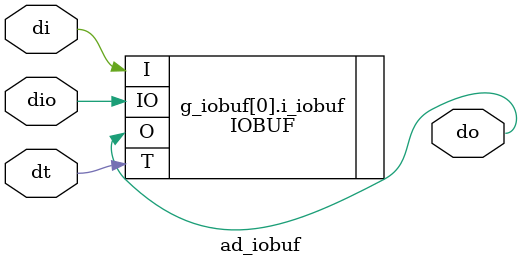
<source format=v>

`timescale 1ns/100ps

module ad_iobuf (

  dt,
  di,
  do,
  dio);

  parameter     DATA_WIDTH = 1;

  input   [(DATA_WIDTH-1):0]  dt;
  input   [(DATA_WIDTH-1):0]  di;
  output  [(DATA_WIDTH-1):0]  do;
  inout   [(DATA_WIDTH-1):0]  dio;

  genvar n;
  generate
  for (n = 0; n < DATA_WIDTH; n = n + 1) begin: g_iobuf
  IOBUF i_iobuf (
    .I (di[n]),
    .O (do[n]),
    .T (dt[n]),
    .IO (dio[n]));
  end
  endgenerate

endmodule

// ***************************************************************************
// ***************************************************************************

</source>
